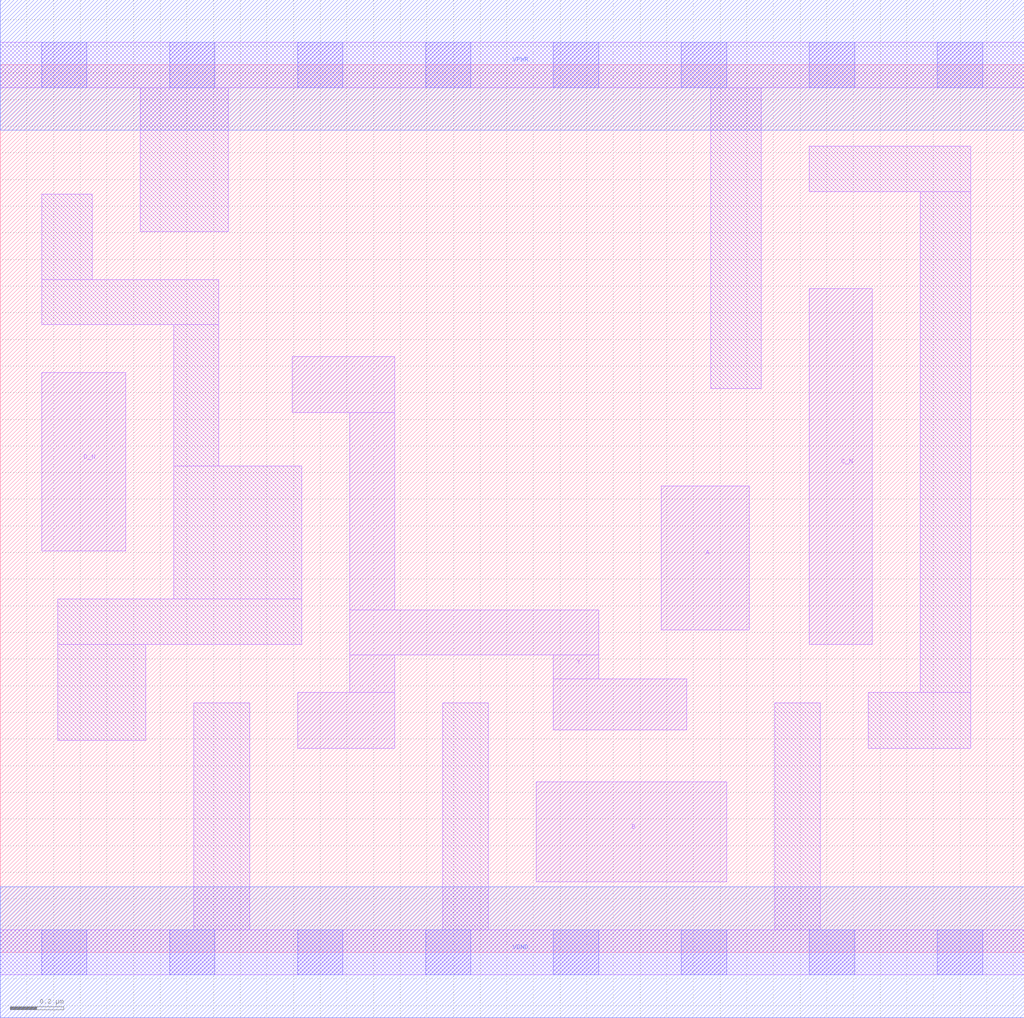
<source format=lef>
# Copyright 2020 The SkyWater PDK Authors
#
# Licensed under the Apache License, Version 2.0 (the "License");
# you may not use this file except in compliance with the License.
# You may obtain a copy of the License at
#
#     https://www.apache.org/licenses/LICENSE-2.0
#
# Unless required by applicable law or agreed to in writing, software
# distributed under the License is distributed on an "AS IS" BASIS,
# WITHOUT WARRANTIES OR CONDITIONS OF ANY KIND, either express or implied.
# See the License for the specific language governing permissions and
# limitations under the License.
#
# SPDX-License-Identifier: Apache-2.0

VERSION 5.7 ;
  NAMESCASESENSITIVE ON ;
  NOWIREEXTENSIONATPIN ON ;
  DIVIDERCHAR "/" ;
  BUSBITCHARS "[]" ;
UNITS
  DATABASE MICRONS 200 ;
END UNITS
MACRO sky130_fd_sc_lp__nor4bb_m
  CLASS CORE ;
  SOURCE USER ;
  FOREIGN sky130_fd_sc_lp__nor4bb_m ;
  ORIGIN  0.000000  0.000000 ;
  SIZE  3.840000 BY  3.330000 ;
  SYMMETRY X Y R90 ;
  SITE unit ;
  PIN A
    ANTENNAGATEAREA  0.126000 ;
    DIRECTION INPUT ;
    USE SIGNAL ;
    PORT
      LAYER li1 ;
        RECT 2.480000 1.210000 2.810000 1.750000 ;
    END
  END A
  PIN B
    ANTENNAGATEAREA  0.126000 ;
    DIRECTION INPUT ;
    USE SIGNAL ;
    PORT
      LAYER li1 ;
        RECT 2.010000 0.265000 2.725000 0.640000 ;
    END
  END B
  PIN C_N
    ANTENNAGATEAREA  0.126000 ;
    DIRECTION INPUT ;
    USE SIGNAL ;
    PORT
      LAYER li1 ;
        RECT 3.035000 1.155000 3.270000 2.490000 ;
    END
  END C_N
  PIN D_N
    ANTENNAGATEAREA  0.126000 ;
    DIRECTION INPUT ;
    USE SIGNAL ;
    PORT
      LAYER li1 ;
        RECT 0.155000 1.505000 0.470000 2.175000 ;
    END
  END D_N
  PIN Y
    ANTENNADIFFAREA  0.346500 ;
    DIRECTION OUTPUT ;
    USE SIGNAL ;
    PORT
      LAYER li1 ;
        RECT 1.095000 2.025000 1.480000 2.235000 ;
        RECT 1.115000 0.765000 1.480000 0.975000 ;
        RECT 1.310000 0.975000 1.480000 1.115000 ;
        RECT 1.310000 1.115000 2.245000 1.285000 ;
        RECT 1.310000 1.285000 1.480000 2.025000 ;
        RECT 2.075000 0.835000 2.575000 1.025000 ;
        RECT 2.075000 1.025000 2.245000 1.115000 ;
    END
  END Y
  PIN VGND
    DIRECTION INOUT ;
    USE GROUND ;
    PORT
      LAYER met1 ;
        RECT 0.000000 -0.245000 3.840000 0.245000 ;
    END
  END VGND
  PIN VPWR
    DIRECTION INOUT ;
    USE POWER ;
    PORT
      LAYER met1 ;
        RECT 0.000000 3.085000 3.840000 3.575000 ;
    END
  END VPWR
  OBS
    LAYER li1 ;
      RECT 0.000000 -0.085000 3.840000 0.085000 ;
      RECT 0.000000  3.245000 3.840000 3.415000 ;
      RECT 0.155000  2.355000 0.820000 2.525000 ;
      RECT 0.155000  2.525000 0.345000 2.845000 ;
      RECT 0.215000  0.795000 0.545000 1.155000 ;
      RECT 0.215000  1.155000 1.130000 1.325000 ;
      RECT 0.525000  2.705000 0.855000 3.245000 ;
      RECT 0.650000  1.325000 1.130000 1.825000 ;
      RECT 0.650000  1.825000 0.820000 2.355000 ;
      RECT 0.725000  0.085000 0.935000 0.935000 ;
      RECT 1.660000  0.085000 1.830000 0.935000 ;
      RECT 2.665000  2.115000 2.855000 3.245000 ;
      RECT 2.905000  0.085000 3.075000 0.935000 ;
      RECT 3.035000  2.855000 3.640000 3.025000 ;
      RECT 3.255000  0.765000 3.640000 0.975000 ;
      RECT 3.450000  0.975000 3.640000 2.855000 ;
    LAYER mcon ;
      RECT 0.155000 -0.085000 0.325000 0.085000 ;
      RECT 0.155000  3.245000 0.325000 3.415000 ;
      RECT 0.635000 -0.085000 0.805000 0.085000 ;
      RECT 0.635000  3.245000 0.805000 3.415000 ;
      RECT 1.115000 -0.085000 1.285000 0.085000 ;
      RECT 1.115000  3.245000 1.285000 3.415000 ;
      RECT 1.595000 -0.085000 1.765000 0.085000 ;
      RECT 1.595000  3.245000 1.765000 3.415000 ;
      RECT 2.075000 -0.085000 2.245000 0.085000 ;
      RECT 2.075000  3.245000 2.245000 3.415000 ;
      RECT 2.555000 -0.085000 2.725000 0.085000 ;
      RECT 2.555000  3.245000 2.725000 3.415000 ;
      RECT 3.035000 -0.085000 3.205000 0.085000 ;
      RECT 3.035000  3.245000 3.205000 3.415000 ;
      RECT 3.515000 -0.085000 3.685000 0.085000 ;
      RECT 3.515000  3.245000 3.685000 3.415000 ;
  END
END sky130_fd_sc_lp__nor4bb_m

</source>
